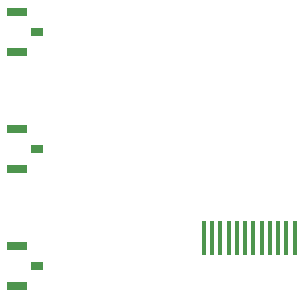
<source format=gbp>
G04*
G04 #@! TF.GenerationSoftware,Altium Limited,Altium Designer,20.1.10 (176)*
G04*
G04 Layer_Color=10066329*
%FSLAX25Y25*%
%MOIN*%
G70*
G04*
G04 #@! TF.SameCoordinates,5BC12612-045E-4FBA-96B6-5BC6791460FD*
G04*
G04*
G04 #@! TF.FilePolarity,Positive*
G04*
G01*
G75*
%ADD23R,0.04331X0.03150*%
%ADD35R,0.06693X0.03150*%
%ADD93R,0.01378X0.11811*%
D23*
X-69504Y-111956D02*
D03*
Y-73000D02*
D03*
Y-33826D02*
D03*
D35*
X-76000Y-118649D02*
D03*
Y-105263D02*
D03*
Y-66307D02*
D03*
Y-79693D02*
D03*
Y-27133D02*
D03*
Y-40519D02*
D03*
D93*
X16488Y-102689D02*
D03*
X13732D02*
D03*
X10976D02*
D03*
X8220D02*
D03*
X5465D02*
D03*
X2709D02*
D03*
X-47D02*
D03*
X-2803D02*
D03*
X-5559D02*
D03*
X-8315D02*
D03*
X-11071D02*
D03*
X-13827D02*
D03*
M02*

</source>
